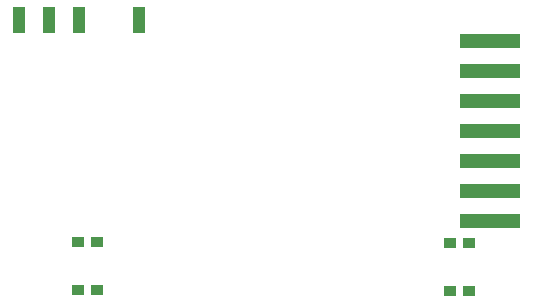
<source format=gbr>
G04 EAGLE Gerber RS-274X export*
G75*
%MOMM*%
%FSLAX34Y34*%
%LPD*%
%INSolderpaste Top*%
%IPPOS*%
%AMOC8*
5,1,8,0,0,1.08239X$1,22.5*%
G01*
%ADD10R,1.000000X0.900000*%
%ADD11R,5.080000X1.270000*%
%ADD12R,1.066800X2.184400*%


D10*
X82250Y12400D03*
X66250Y12400D03*
X66250Y53400D03*
X82250Y53400D03*
X381300Y52150D03*
X397300Y52150D03*
X397300Y11150D03*
X381300Y11150D03*
D11*
X414900Y70700D03*
X414900Y96100D03*
X414900Y121500D03*
X414900Y146900D03*
X414900Y172300D03*
X414900Y197700D03*
X414900Y223100D03*
D12*
X117650Y240700D03*
X66850Y240700D03*
X41450Y240700D03*
X16050Y240700D03*
M02*

</source>
